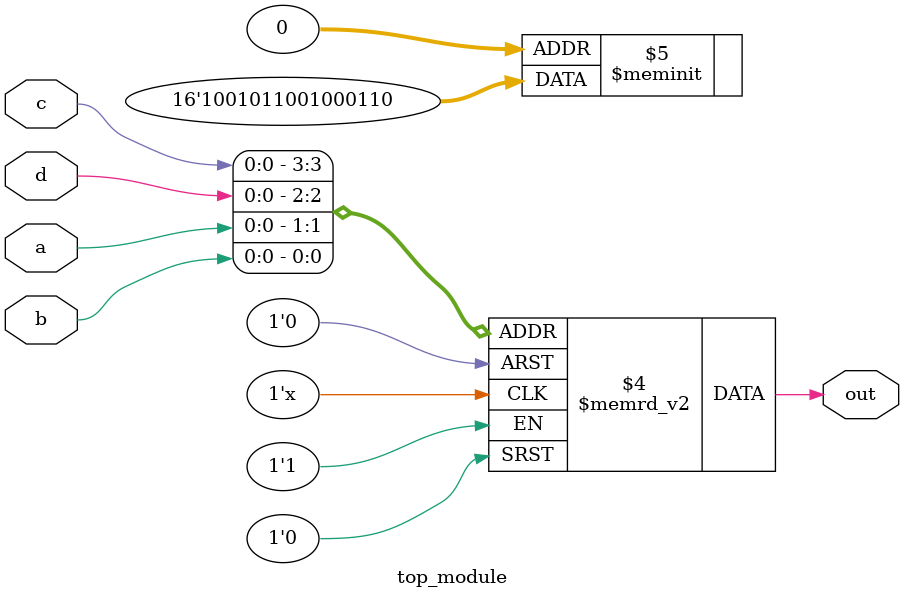
<source format=sv>
module top_module (
    input a, 
    input b,
    input c,
    input d,
    output reg out
);

always @(*) begin
    case ({c, d, a, b})
        4'b0000: out = 0;
        4'b0001: out = 1;
        4'b0011: out = 0;
        4'b0010: out = 1;
        4'b0111: out = 0;
        4'b0110: out = 1;
        4'b0100: out = 0;
        4'b1100: out = 1;
        4'b1101: out = 0;
        4'b1111: out = 1;
        4'b1110: out = 0;
        4'b1010: out = 1;
        4'b1011: out = 0;
        4'b1001: out = 1;
        default: out = 0;
    endcase
end

endmodule

</source>
